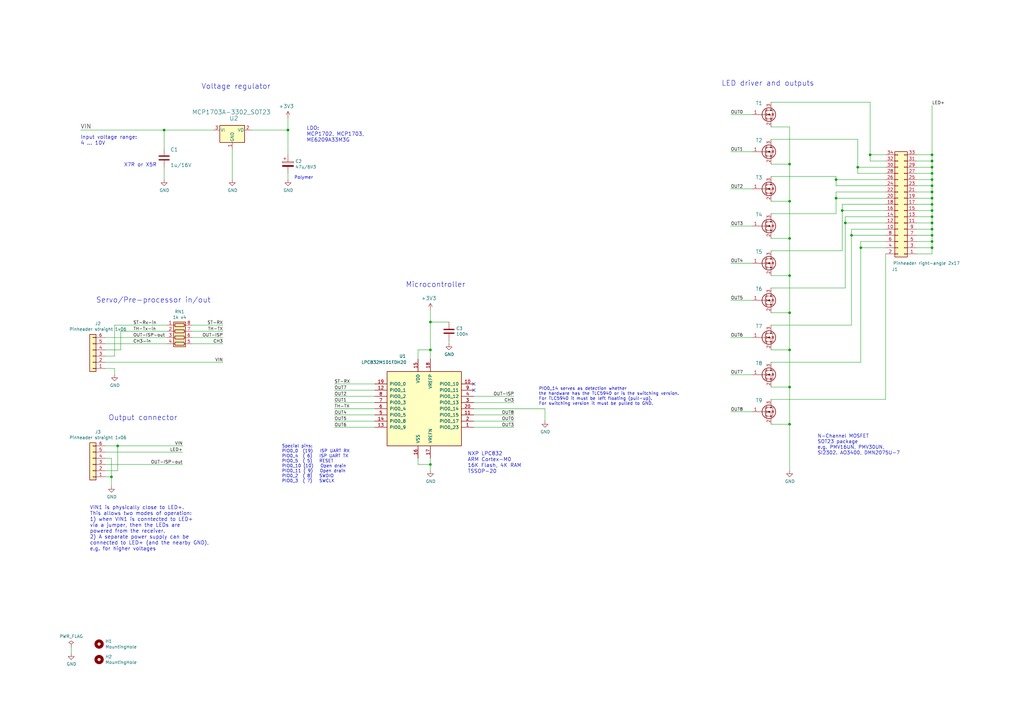
<source format=kicad_sch>
(kicad_sch (version 20211123) (generator eeschema)
  (paper "A3")
  (title_block (title "DIY RC Light Controller Mk4 S") (date "2020-06-14") (rev "1") (company "LANE Boys RC") (comment 1 "laneboysrc@gmail.com"))
  (lib_symbols
    (symbol "Connector_Generic:Conn_01x06" (pin_names (offset 1.016) hide)
      (property "Reference" "J" (at 0 7.62 0))
      (property "Value" "Conn_01x06" (at 0 -10.16 0))
      (symbol "Conn_01x06_1_1"
        (rectangle (start -1.27 -7.493) (end 0 -7.747) (stroke (width 0.1524)))
        (rectangle (start -1.27 -4.953) (end 0 -5.207) (stroke (width 0.1524)))
        (rectangle (start -1.27 -2.413) (end 0 -2.667) (stroke (width 0.1524)))
        (rectangle (start -1.27 0.127) (end 0 -0.127) (stroke (width 0.1524)))
        (rectangle (start -1.27 2.667) (end 0 2.413) (stroke (width 0.1524)))
        (rectangle (start -1.27 5.207) (end 0 4.953) (stroke (width 0.1524)))
        (rectangle (start -1.27 6.35) (end 1.27 -8.89) (stroke (width 0.254)) (fill (type background)))
        (pin passive line (at -5.08 5.08 0) (length 3.81) (name "Pin_1") (number "1"))
        (pin passive line (at -5.08 2.54 0) (length 3.81) (name "Pin_2") (number "2"))
        (pin passive line (at -5.08 0 0) (length 3.81) (name "Pin_3") (number "3"))
        (pin passive line (at -5.08 -2.54 0) (length 3.81) (name "Pin_4") (number "4"))
        (pin passive line (at -5.08 -5.08 0) (length 3.81) (name "Pin_5") (number "5"))
        (pin passive line (at -5.08 -7.62 0) (length 3.81) (name "Pin_6") (number "6"))
      )
    )
    (symbol "Connector_Generic:Conn_02x17_Odd_Even" (pin_names (offset 1.016) hide)
      (property "Reference" "J" (at 1.27 22.86 0))
      (property "Value" "Conn_02x17_Odd_Even" (at 1.27 -22.86 0))
      (symbol "Conn_02x17_Odd_Even_1_1"
        (rectangle (start -1.27 -20.193) (end 0 -20.447) (stroke (width 0.1524)))
        (rectangle (start -1.27 -17.653) (end 0 -17.907) (stroke (width 0.1524)))
        (rectangle (start -1.27 -15.113) (end 0 -15.367) (stroke (width 0.1524)))
        (rectangle (start -1.27 -12.573) (end 0 -12.827) (stroke (width 0.1524)))
        (rectangle (start -1.27 -10.033) (end 0 -10.287) (stroke (width 0.1524)))
        (rectangle (start -1.27 -7.493) (end 0 -7.747) (stroke (width 0.1524)))
        (rectangle (start -1.27 -4.953) (end 0 -5.207) (stroke (width 0.1524)))
        (rectangle (start -1.27 -2.413) (end 0 -2.667) (stroke (width 0.1524)))
        (rectangle (start -1.27 0.127) (end 0 -0.127) (stroke (width 0.1524)))
        (rectangle (start -1.27 2.667) (end 0 2.413) (stroke (width 0.1524)))
        (rectangle (start -1.27 5.207) (end 0 4.953) (stroke (width 0.1524)))
        (rectangle (start -1.27 7.747) (end 0 7.493) (stroke (width 0.1524)))
        (rectangle (start -1.27 10.287) (end 0 10.033) (stroke (width 0.1524)))
        (rectangle (start -1.27 12.827) (end 0 12.573) (stroke (width 0.1524)))
        (rectangle (start -1.27 15.367) (end 0 15.113) (stroke (width 0.1524)))
        (rectangle (start -1.27 17.907) (end 0 17.653) (stroke (width 0.1524)))
        (rectangle (start -1.27 20.447) (end 0 20.193) (stroke (width 0.1524)))
        (rectangle (start -1.27 21.59) (end 3.81 -21.59) (stroke (width 0.254)) (fill (type background)))
        (rectangle (start 3.81 -20.193) (end 2.54 -20.447) (stroke (width 0.1524)))
        (rectangle (start 3.81 -17.653) (end 2.54 -17.907) (stroke (width 0.1524)))
        (rectangle (start 3.81 -15.113) (end 2.54 -15.367) (stroke (width 0.1524)))
        (rectangle (start 3.81 -12.573) (end 2.54 -12.827) (stroke (width 0.1524)))
        (rectangle (start 3.81 -10.033) (end 2.54 -10.287) (stroke (width 0.1524)))
        (rectangle (start 3.81 -7.493) (end 2.54 -7.747) (stroke (width 0.1524)))
        (rectangle (start 3.81 -4.953) (end 2.54 -5.207) (stroke (width 0.1524)))
        (rectangle (start 3.81 -2.413) (end 2.54 -2.667) (stroke (width 0.1524)))
        (rectangle (start 3.81 0.127) (end 2.54 -0.127) (stroke (width 0.1524)))
        (rectangle (start 3.81 2.667) (end 2.54 2.413) (stroke (width 0.1524)))
        (rectangle (start 3.81 5.207) (end 2.54 4.953) (stroke (width 0.1524)))
        (rectangle (start 3.81 7.747) (end 2.54 7.493) (stroke (width 0.1524)))
        (rectangle (start 3.81 10.287) (end 2.54 10.033) (stroke (width 0.1524)))
        (rectangle (start 3.81 12.827) (end 2.54 12.573) (stroke (width 0.1524)))
        (rectangle (start 3.81 15.367) (end 2.54 15.113) (stroke (width 0.1524)))
        (rectangle (start 3.81 17.907) (end 2.54 17.653) (stroke (width 0.1524)))
        (rectangle (start 3.81 20.447) (end 2.54 20.193) (stroke (width 0.1524)))
        (pin passive line (at -5.08 20.32 0) (length 3.81) (name "Pin_1") (number "1"))
        (pin passive line (at 7.62 10.16 180) (length 3.81) (name "Pin_10") (number "10"))
        (pin passive line (at -5.08 7.62 0) (length 3.81) (name "Pin_11") (number "11"))
        (pin passive line (at 7.62 7.62 180) (length 3.81) (name "Pin_12") (number "12"))
        (pin passive line (at -5.08 5.08 0) (length 3.81) (name "Pin_13") (number "13"))
        (pin passive line (at 7.62 5.08 180) (length 3.81) (name "Pin_14") (number "14"))
        (pin passive line (at -5.08 2.54 0) (length 3.81) (name "Pin_15") (number "15"))
        (pin passive line (at 7.62 2.54 180) (length 3.81) (name "Pin_16") (number "16"))
        (pin passive line (at -5.08 0 0) (length 3.81) (name "Pin_17") (number "17"))
        (pin passive line (at 7.62 0 180) (length 3.81) (name "Pin_18") (number "18"))
        (pin passive line (at -5.08 -2.54 0) (length 3.81) (name "Pin_19") (number "19"))
        (pin passive line (at 7.62 20.32 180) (length 3.81) (name "Pin_2") (number "2"))
        (pin passive line (at 7.62 -2.54 180) (length 3.81) (name "Pin_20") (number "20"))
        (pin passive line (at -5.08 -5.08 0) (length 3.81) (name "Pin_21") (number "21"))
        (pin passive line (at 7.62 -5.08 180) (length 3.81) (name "Pin_22") (number "22"))
        (pin passive line (at -5.08 -7.62 0) (length 3.81) (name "Pin_23") (number "23"))
        (pin passive line (at 7.62 -7.62 180) (length 3.81) (name "Pin_24") (number "24"))
        (pin passive line (at -5.08 -10.16 0) (length 3.81) (name "Pin_25") (number "25"))
        (pin passive line (at 7.62 -10.16 180) (length 3.81) (name "Pin_26") (number "26"))
        (pin passive line (at -5.08 -12.7 0) (length 3.81) (name "Pin_27") (number "27"))
        (pin passive line (at 7.62 -12.7 180) (length 3.81) (name "Pin_28") (number "28"))
        (pin passive line (at -5.08 -15.24 0) (length 3.81) (name "Pin_29") (number "29"))
        (pin passive line (at -5.08 17.78 0) (length 3.81) (name "Pin_3") (number "3"))
        (pin passive line (at 7.62 -15.24 180) (length 3.81) (name "Pin_30") (number "30"))
        (pin passive line (at -5.08 -17.78 0) (length 3.81) (name "Pin_31") (number "31"))
        (pin passive line (at 7.62 -17.78 180) (length 3.81) (name "Pin_32") (number "32"))
        (pin passive line (at -5.08 -20.32 0) (length 3.81) (name "Pin_33") (number "33"))
        (pin passive line (at 7.62 -20.32 180) (length 3.81) (name "Pin_34") (number "34"))
        (pin passive line (at 7.62 17.78 180) (length 3.81) (name "Pin_4") (number "4"))
        (pin passive line (at -5.08 15.24 0) (length 3.81) (name "Pin_5") (number "5"))
        (pin passive line (at 7.62 15.24 180) (length 3.81) (name "Pin_6") (number "6"))
        (pin passive line (at -5.08 12.7 0) (length 3.81) (name "Pin_7") (number "7"))
        (pin passive line (at 7.62 12.7 180) (length 3.81) (name "Pin_8") (number "8"))
        (pin passive line (at -5.08 10.16 0) (length 3.81) (name "Pin_9") (number "9"))
      )
    )
    (symbol "Device:C" (pin_numbers hide) (pin_names (offset 0.254))
      (property "Reference" "C" (at 0.635 2.54 0))
      (property "Value" "C" (at 0.635 -2.54 0))
      (symbol "C_0_1"
        (polyline (pts (xy -2.032 -0.762) (xy 2.032 -0.762)) (stroke (width 0.508)))
        (polyline (pts (xy -2.032 0.762) (xy 2.032 0.762)) (stroke (width 0.508)))
      )
      (symbol "C_1_1"
        (pin passive line (at 0 3.81 270) (length 2.794) (name "~") (number "1"))
        (pin passive line (at 0 -3.81 90) (length 2.794) (name "~") (number "2"))
      )
    )
    (symbol "Device:Q_NMOS_GSD" (pin_names (offset 0) hide)
      (property "Reference" "Q" (at 5.08 1.27 0))
      (property "Value" "Q_NMOS_GSD" (at 5.08 -1.27 0))
      (symbol "Q_NMOS_GSD_0_1"
        (polyline (pts (xy 0.254 0) (xy -2.54 0)))
        (polyline (pts (xy 0.254 1.905) (xy 0.254 -1.905)) (stroke (width 0.254)))
        (polyline (pts (xy 0.762 -1.27) (xy 0.762 -2.286)) (stroke (width 0.254)))
        (polyline (pts (xy 0.762 0.508) (xy 0.762 -0.508)) (stroke (width 0.254)))
        (polyline (pts (xy 0.762 2.286) (xy 0.762 1.27)) (stroke (width 0.254)))
        (polyline (pts (xy 2.54 2.54) (xy 2.54 1.778)))
        (polyline (pts (xy 2.54 -2.54) (xy 2.54 0) (xy 0.762 0)))
        (polyline (pts (xy 0.762 -1.778) (xy 3.302 -1.778) (xy 3.302 1.778) (xy 0.762 1.778)))
        (polyline (pts (xy 1.016 0) (xy 2.032 0.381) (xy 2.032 -0.381) (xy 1.016 0)) (fill (type outline)))
        (polyline (pts (xy 2.794 0.508) (xy 2.921 0.381) (xy 3.683 0.381) (xy 3.81 0.254)))
        (polyline (pts (xy 3.302 0.381) (xy 2.921 -0.254) (xy 3.683 -0.254) (xy 3.302 0.381)))
        (circle (center 1.651 0) (radius 2.794) (stroke (width 0.254)))
        (circle (center 2.54 -1.778) (radius 0.254) (fill (type outline)))
        (circle (center 2.54 1.778) (radius 0.254) (fill (type outline)))
      )
      (symbol "Q_NMOS_GSD_1_1"
        (pin input line (at -5.08 0 0) (length 2.54) (name "G") (number "1"))
        (pin passive line (at 2.54 -5.08 90) (length 2.54) (name "S") (number "2"))
        (pin passive line (at 2.54 5.08 270) (length 2.54) (name "D") (number "3"))
      )
    )
    (symbol "Device:R_Pack04" (pin_names (offset 0) hide)
      (property "Reference" "RN" (at -7.62 0 90))
      (property "Value" "R_Pack04" (at 5.08 0 90))
      (symbol "R_Pack04_0_1"
        (rectangle (start -6.35 -2.413) (end 3.81 2.413) (stroke (width 0.254)) (fill (type background)))
        (rectangle (start -5.715 1.905) (end -4.445 -1.905) (stroke (width 0.254)))
        (rectangle (start -3.175 1.905) (end -1.905 -1.905) (stroke (width 0.254)))
        (rectangle (start -0.635 1.905) (end 0.635 -1.905) (stroke (width 0.254)))
        (polyline (pts (xy -5.08 -2.54) (xy -5.08 -1.905)))
        (polyline (pts (xy -5.08 1.905) (xy -5.08 2.54)))
        (polyline (pts (xy -2.54 -2.54) (xy -2.54 -1.905)))
        (polyline (pts (xy -2.54 1.905) (xy -2.54 2.54)))
        (polyline (pts (xy 0 -2.54) (xy 0 -1.905)))
        (polyline (pts (xy 0 1.905) (xy 0 2.54)))
        (polyline (pts (xy 2.54 -2.54) (xy 2.54 -1.905)))
        (polyline (pts (xy 2.54 1.905) (xy 2.54 2.54)))
        (rectangle (start 1.905 1.905) (end 3.175 -1.905) (stroke (width 0.254)))
      )
      (symbol "R_Pack04_1_1"
        (pin passive line (at -5.08 -5.08 90) (length 2.54) (name "R1.1") (number "1"))
        (pin passive line (at -2.54 -5.08 90) (length 2.54) (name "R2.1") (number "2"))
        (pin passive line (at 0 -5.08 90) (length 2.54) (name "R3.1") (number "3"))
        (pin passive line (at 2.54 -5.08 90) (length 2.54) (name "R4.1") (number "4"))
        (pin passive line (at 2.54 5.08 270) (length 2.54) (name "R4.2") (number "5"))
        (pin passive line (at 0 5.08 270) (length 2.54) (name "R3.2") (number "6"))
        (pin passive line (at -2.54 5.08 270) (length 2.54) (name "R2.2") (number "7"))
        (pin passive line (at -5.08 5.08 270) (length 2.54) (name "R1.2") (number "8"))
      )
    )
    (symbol "MCU_NXP_LPC:LPC832M101FDH20" (pin_names (offset 1.016))
      (property "Reference" "U" (at -11.43 16.51 0))
      (property "Value" "LPC832M101FDH20" (at 21.59 16.51 0))
      (symbol "LPC832M101FDH20_0_1"
        (rectangle (start -15.24 15.24) (end 15.24 -15.24) (stroke (width 0.254)) (fill (type background)))
      )
      (symbol "LPC832M101FDH20_1_1"
        (pin bidirectional line (at 20.32 -7.62 180) (length 5.08) (name "PIO0_23") (number "1"))
        (pin bidirectional line (at 20.32 10.16 180) (length 5.08) (name "PIO0_10") (number "10"))
        (pin bidirectional line (at 20.32 -2.54 180) (length 5.08) (name "PIO0_15") (number "11"))
        (pin bidirectional line (at -20.32 7.62 0) (length 5.08) (name "PIO0_1") (number "12"))
        (pin bidirectional line (at -20.32 -7.62 0) (length 5.08) (name "PIO0_9") (number "13"))
        (pin bidirectional line (at -20.32 -5.08 0) (length 5.08) (name "PIO0_8") (number "14"))
        (pin power_in line (at -2.54 20.32 270) (length 5.08) (name "VDD") (number "15"))
        (pin power_in line (at -2.54 -20.32 90) (length 5.08) (name "VSS") (number "16"))
        (pin power_in line (at 2.54 -20.32 90) (length 5.08) (name "VREFN") (number "17"))
        (pin power_in line (at 2.54 20.32 270) (length 5.08) (name "VREFP") (number "18"))
        (pin bidirectional line (at -20.32 10.16 0) (length 5.08) (name "PIO0_0") (number "19"))
        (pin bidirectional line (at 20.32 -5.08 180) (length 5.08) (name "PIO0_17") (number "2"))
        (pin bidirectional line (at 20.32 0 180) (length 5.08) (name "PIO0_14") (number "20"))
        (pin bidirectional line (at 20.32 2.54 180) (length 5.08) (name "PIO0_13") (number "3"))
        (pin bidirectional line (at 20.32 5.08 180) (length 5.08) (name "PIO0_12") (number "4"))
        (pin bidirectional line (at -20.32 -2.54 0) (length 5.08) (name "PIO0_5") (number "5"))
        (pin bidirectional line (at -20.32 0 0) (length 5.08) (name "PIO0_4") (number "6"))
        (pin bidirectional line (at -20.32 2.54 0) (length 5.08) (name "PIO0_3") (number "7"))
        (pin bidirectional line (at -20.32 5.08 0) (length 5.08) (name "PIO0_2") (number "8"))
        (pin bidirectional line (at 20.32 7.62 180) (length 5.08) (name "PIO0_11") (number "9"))
      )
    )
    (symbol "Mechanical:MountingHole" (pin_names (offset 1.016))
      (property "Reference" "H" (at 0 5.08 0))
      (property "Value" "MountingHole" (at 0 3.175 0))
      (symbol "MountingHole_0_1"
        (circle (center 0 0) (radius 1.27) (stroke (width 1.27)))
      )
    )
    (symbol "power:+3V3" (power) (pin_names (offset 0))
      (property "Value" "+3V3" (at 0 3.556 0))
      (symbol "+3V3_0_1"
        (polyline (pts (xy -0.762 1.27) (xy 0 2.54)))
        (polyline (pts (xy 0 0) (xy 0 2.54)))
        (polyline (pts (xy 0 2.54) (xy 0.762 1.27)))
      )
      (symbol "+3V3_1_1"
        (pin power_in line (at 0 0 90) (length 0) hide (name "+3V3") (number "1"))
      )
    )
    (symbol "power:GND" (power) (pin_names (offset 0))
      (property "Value" "GND" (at 0 -3.81 0))
      (symbol "GND_0_1"
        (polyline (pts (xy 0 0) (xy 0 -1.27) (xy 1.27 -1.27) (xy 0 -2.54) (xy -1.27 -1.27) (xy 0 -1.27)))
      )
      (symbol "GND_1_1"
        (pin power_in line (at 0 0 270) (length 0) hide (name "GND") (number "1"))
      )
    )
    (symbol "power:PWR_FLAG" (power) (pin_numbers hide) (pin_names (offset 0) hide)
      (property "Value" "PWR_FLAG" (at 0 3.81 0))
      (symbol "PWR_FLAG_0_0"
        (pin power_out line (at 0 0 90) (length 0) (name "pwr") (number "1"))
      )
      (symbol "PWR_FLAG_0_1"
        (polyline (pts (xy 0 0) (xy 0 1.27) (xy -1.016 1.905) (xy 0 2.54) (xy 1.016 1.905) (xy 0 1.27)))
      )
    )
    (symbol "rc-light-controller-switching-lpc832-rescue:CP-Device" (pin_numbers hide) (pin_names (offset 0.254))
      (property "Reference" "C" (at 0.635 2.54 0))
      (property "Value" "CP-Device" (at 0.635 -2.54 0))
      (symbol "CP-Device_0_1"
        (rectangle (start -2.286 0.508) (end 2.286 1.016))
        (polyline (pts (xy -1.778 2.286) (xy -0.762 2.286)))
        (polyline (pts (xy -1.27 2.794) (xy -1.27 1.778)))
        (rectangle (start 2.286 -0.508) (end -2.286 -1.016) (fill (type outline)))
      )
      (symbol "CP-Device_1_1"
        (pin passive line (at 0 3.81 270) (length 2.794) (name "~") (number "1"))
        (pin passive line (at 0 -3.81 90) (length 2.794) (name "~") (number "2"))
      )
    )
    (symbol "rc-light-controller-switching-lpc832-rescue:MCP1703A-3302_SOT23-Regulator_Linear" (pin_names (offset 0.254))
      (property "Reference" "U" (at -3.81 3.175 0))
      (property "Value" "MCP1703A-3302_SOT23-Regulator_Linear" (at 0 3.175 0))
      (symbol "MCP1703A-3302_SOT23-Regulator_Linear_0_1"
        (rectangle (start -5.08 -5.08) (end 5.08 1.905) (stroke (width 0.254)) (fill (type background)))
      )
      (symbol "MCP1703A-3302_SOT23-Regulator_Linear_1_1"
        (pin power_in line (at 0 -7.62 90) (length 2.54) (name "GND") (number "1"))
        (pin power_out line (at 7.62 0 180) (length 2.54) (name "VO") (number "2"))
        (pin power_in line (at -7.62 0 0) (length 2.54) (name "VI") (number "3"))
      )
    )
  )
  (junction (at 342.9 81.28))
  (junction (at 382.27 81.28))
  (junction (at 382.27 91.44))
  (junction (at 353.06 101.6))
  (junction (at 48.26 182.88))
  (junction (at 346.71 91.44))
  (junction (at 382.27 96.52))
  (junction (at 382.27 99.06))
  (junction (at 382.27 83.82))
  (junction (at 118.11 53.34))
  (junction (at 382.27 68.58))
  (junction (at 323.85 113.03))
  (junction (at 382.27 73.66))
  (junction (at 67.31 53.34))
  (junction (at 382.27 71.12))
  (junction (at 382.27 76.2))
  (junction (at 176.53 132.08))
  (junction (at 323.85 67.31))
  (junction (at 349.25 96.52))
  (junction (at 382.27 66.04))
  (junction (at 351.79 68.58))
  (junction (at 356.87 63.5))
  (junction (at 382.27 86.36))
  (junction (at 382.27 101.6))
  (junction (at 345.44 86.36))
  (junction (at 382.27 88.9))
  (junction (at 382.27 78.74))
  (junction (at 176.53 190.5))
  (junction (at 176.53 143.51))
  (junction (at 323.85 158.75))
  (junction (at 323.85 82.55))
  (junction (at 382.27 63.5))
  (junction (at 323.85 128.27))
  (junction (at 323.85 97.79))
  (junction (at 382.27 93.98))
  (junction (at 342.9 73.66))
  (junction (at 323.85 143.51))
  (junction (at 323.85 173.99))
  (junction (at 45.72 195.58))
  (no_connect (at 194.31 160.02))
  (no_connect (at 194.31 157.48))
  (wire (pts (xy 363.22 86.36) (xy 345.44 86.36)))
  (wire (pts (xy 382.27 83.82) (xy 382.27 86.36)))
  (wire (pts (xy 363.22 81.28) (xy 342.9 81.28)))
  (wire (pts (xy 382.27 78.74) (xy 382.27 81.28)))
  (wire (pts (xy 363.22 66.04) (xy 356.87 66.04)))
  (wire (pts (xy 382.27 68.58) (xy 382.27 66.04)))
  (wire (pts (xy 363.22 83.82) (xy 345.44 83.82)))
  (wire (pts (xy 299.72 77.47) (xy 308.61 77.47)))
  (wire (pts (xy 323.85 128.27) (xy 323.85 143.51)))
  (wire (pts (xy 323.85 67.31) (xy 323.85 82.55)))
  (wire (pts (xy 67.31 60.96) (xy 67.31 53.34)))
  (wire (pts (xy 210.82 165.1) (xy 194.31 165.1)))
  (wire (pts (xy 171.45 143.51) (xy 176.53 143.51)))
  (wire (pts (xy 382.27 73.66) (xy 382.27 71.12)))
  (wire (pts (xy 316.23 143.51) (xy 323.85 143.51)))
  (wire (pts (xy 316.23 102.87) (xy 345.44 102.87)))
  (wire (pts (xy 210.82 175.26) (xy 194.31 175.26)))
  (wire (pts (xy 299.72 168.91) (xy 308.61 168.91)))
  (wire (pts (xy 299.72 46.99) (xy 308.61 46.99)))
  (wire (pts (xy 375.92 68.58) (xy 382.27 68.58)))
  (wire (pts (xy 316.23 133.35) (xy 349.25 133.35)))
  (wire (pts (xy 316.23 67.31) (xy 323.85 67.31)))
  (wire (pts (xy 67.31 53.34) (xy 87.63 53.34)))
  (wire (pts (xy 346.71 88.9) (xy 346.71 91.44)))
  (wire (pts (xy 363.22 93.98) (xy 349.25 93.98)))
  (wire (pts (xy 342.9 81.28) (xy 342.9 87.63)))
  (wire (pts (xy 363.22 78.74) (xy 342.9 78.74)))
  (wire (pts (xy 153.67 167.64) (xy 137.16 167.64)))
  (wire (pts (xy 299.72 123.19) (xy 308.61 123.19)))
  (wire (pts (xy 43.18 187.96) (xy 45.72 187.96)))
  (wire (pts (xy 316.23 128.27) (xy 323.85 128.27)))
  (wire (pts (xy 153.67 175.26) (xy 137.16 175.26)))
  (wire (pts (xy 382.27 76.2) (xy 382.27 73.66)))
  (wire (pts (xy 48.26 182.88) (xy 74.93 182.88)))
  (wire (pts (xy 137.16 172.72) (xy 153.67 172.72)))
  (wire (pts (xy 223.52 167.64) (xy 223.52 172.72)))
  (wire (pts (xy 48.26 193.04) (xy 48.26 182.88)))
  (wire (pts (xy 363.22 99.06) (xy 353.06 99.06)))
  (wire (pts (xy 382.27 91.44) (xy 382.27 93.98)))
  (wire (pts (xy 153.67 170.18) (xy 137.16 170.18)))
  (wire (pts (xy 342.9 73.66) (xy 363.22 73.66)))
  (wire (pts (xy 118.11 53.34) (xy 118.11 48.26)))
  (wire (pts (xy 375.92 66.04) (xy 382.27 66.04)))
  (wire (pts (xy 210.82 170.18) (xy 194.31 170.18)))
  (wire (pts (xy 316.23 97.79) (xy 323.85 97.79)))
  (wire (pts (xy 356.87 41.91) (xy 356.87 63.5)))
  (wire (pts (xy 375.92 99.06) (xy 382.27 99.06)))
  (wire (pts (xy 345.44 86.36) (xy 345.44 102.87)))
  (wire (pts (xy 316.23 52.07) (xy 323.85 52.07)))
  (wire (pts (xy 323.85 82.55) (xy 323.85 97.79)))
  (wire (pts (xy 316.23 57.15) (xy 351.79 57.15)))
  (wire (pts (xy 91.44 133.35) (xy 78.74 133.35)))
  (wire (pts (xy 351.79 71.12) (xy 351.79 68.58)))
  (wire (pts (xy 118.11 71.12) (xy 118.11 73.66)))
  (wire (pts (xy 78.74 138.43) (xy 91.44 138.43)))
  (wire (pts (xy 316.23 82.55) (xy 323.85 82.55)))
  (wire (pts (xy 49.53 143.51) (xy 43.18 143.51)))
  (wire (pts (xy 349.25 93.98) (xy 349.25 96.52)))
  (wire (pts (xy 316.23 87.63) (xy 342.9 87.63)))
  (wire (pts (xy 43.18 148.59) (xy 91.44 148.59)))
  (wire (pts (xy 316.23 113.03) (xy 323.85 113.03)))
  (wire (pts (xy 91.44 140.97) (xy 78.74 140.97)))
  (wire (pts (xy 33.02 53.34) (xy 67.31 53.34)))
  (wire (pts (xy 382.27 71.12) (xy 375.92 71.12)))
  (wire (pts (xy 308.61 62.23) (xy 299.72 62.23)))
  (wire (pts (xy 137.16 165.1) (xy 153.67 165.1)))
  (wire (pts (xy 382.27 63.5) (xy 382.27 43.18)))
  (wire (pts (xy 45.72 195.58) (xy 45.72 199.39)))
  (wire (pts (xy 356.87 66.04) (xy 356.87 63.5)))
  (wire (pts (xy 375.92 76.2) (xy 382.27 76.2)))
  (wire (pts (xy 46.99 153.67) (xy 46.99 151.13)))
  (wire (pts (xy 382.27 93.98) (xy 382.27 96.52)))
  (wire (pts (xy 363.22 88.9) (xy 346.71 88.9)))
  (wire (pts (xy 43.18 185.42) (xy 74.93 185.42)))
  (wire (pts (xy 342.9 78.74) (xy 342.9 81.28)))
  (wire (pts (xy 363.22 96.52) (xy 349.25 96.52)))
  (wire (pts (xy 375.92 81.28) (xy 382.27 81.28)))
  (wire (pts (xy 375.92 91.44) (xy 382.27 91.44)))
  (wire (pts (xy 67.31 73.66) (xy 67.31 68.58)))
  (wire (pts (xy 353.06 99.06) (xy 353.06 101.6)))
  (wire (pts (xy 316.23 163.83) (xy 363.22 163.83)))
  (wire (pts (xy 323.85 173.99) (xy 323.85 193.04)))
  (wire (pts (xy 46.99 146.05) (xy 43.18 146.05)))
  (wire (pts (xy 342.9 72.39) (xy 342.9 73.66)))
  (wire (pts (xy 176.53 127) (xy 176.53 132.08)))
  (wire (pts (xy 323.85 113.03) (xy 323.85 128.27)))
  (wire (pts (xy 29.21 265.43) (xy 29.21 267.97)))
  (wire (pts (xy 382.27 88.9) (xy 382.27 91.44)))
  (wire (pts (xy 323.85 143.51) (xy 323.85 158.75)))
  (wire (pts (xy 49.53 135.89) (xy 68.58 135.89)))
  (wire (pts (xy 176.53 190.5) (xy 176.53 193.04)))
  (wire (pts (xy 345.44 83.82) (xy 345.44 86.36)))
  (wire (pts (xy 194.31 167.64) (xy 223.52 167.64)))
  (wire (pts (xy 137.16 162.56) (xy 153.67 162.56)))
  (wire (pts (xy 49.53 135.89) (xy 49.53 143.51)))
  (wire (pts (xy 171.45 187.96) (xy 171.45 190.5)))
  (wire (pts (xy 118.11 53.34) (xy 118.11 63.5)))
  (wire (pts (xy 43.18 195.58) (xy 45.72 195.58)))
  (wire (pts (xy 363.22 71.12) (xy 351.79 71.12)))
  (wire (pts (xy 299.72 92.71) (xy 308.61 92.71)))
  (wire (pts (xy 43.18 182.88) (xy 48.26 182.88)))
  (wire (pts (xy 375.92 78.74) (xy 382.27 78.74)))
  (wire (pts (xy 210.82 162.56) (xy 194.31 162.56)))
  (wire (pts (xy 171.45 190.5) (xy 176.53 190.5)))
  (wire (pts (xy 363.22 76.2) (xy 342.9 76.2)))
  (wire (pts (xy 91.44 135.89) (xy 78.74 135.89)))
  (wire (pts (xy 43.18 140.97) (xy 68.58 140.97)))
  (wire (pts (xy 184.15 139.7) (xy 184.15 140.97)))
  (wire (pts (xy 316.23 173.99) (xy 323.85 173.99)))
  (wire (pts (xy 137.16 160.02) (xy 153.67 160.02)))
  (wire (pts (xy 299.72 153.67) (xy 308.61 153.67)))
  (wire (pts (xy 316.23 72.39) (xy 342.9 72.39)))
  (wire (pts (xy 375.92 93.98) (xy 382.27 93.98)))
  (wire (pts (xy 363.22 104.14) (xy 363.22 163.83)))
  (wire (pts (xy 375.92 96.52) (xy 382.27 96.52)))
  (wire (pts (xy 43.18 138.43) (xy 68.58 138.43)))
  (wire (pts (xy 356.87 63.5) (xy 363.22 63.5)))
  (wire (pts (xy 184.15 132.08) (xy 176.53 132.08)))
  (wire (pts (xy 351.79 68.58) (xy 363.22 68.58)))
  (wire (pts (xy 342.9 76.2) (xy 342.9 73.66)))
  (wire (pts (xy 363.22 91.44) (xy 346.71 91.44)))
  (wire (pts (xy 316.23 41.91) (xy 356.87 41.91)))
  (wire (pts (xy 171.45 147.32) (xy 171.45 143.51)))
  (wire (pts (xy 46.99 151.13) (xy 43.18 151.13)))
  (wire (pts (xy 349.25 96.52) (xy 349.25 133.35)))
  (wire (pts (xy 323.85 158.75) (xy 323.85 173.99)))
  (wire (pts (xy 382.27 81.28) (xy 382.27 83.82)))
  (wire (pts (xy 176.53 143.51) (xy 176.53 147.32)))
  (wire (pts (xy 353.06 101.6) (xy 353.06 148.59)))
  (wire (pts (xy 43.18 193.04) (xy 48.26 193.04)))
  (wire (pts (xy 45.72 187.96) (xy 45.72 195.58)))
  (wire (pts (xy 363.22 101.6) (xy 353.06 101.6)))
  (wire (pts (xy 375.92 104.14) (xy 382.27 104.14)))
  (wire (pts (xy 176.53 132.08) (xy 176.53 143.51)))
  (wire (pts (xy 375.92 86.36) (xy 382.27 86.36)))
  (wire (pts (xy 375.92 83.82) (xy 382.27 83.82)))
  (wire (pts (xy 46.99 133.35) (xy 46.99 146.05)))
  (wire (pts (xy 299.72 138.43) (xy 308.61 138.43)))
  (wire (pts (xy 210.82 172.72) (xy 194.31 172.72)))
  (wire (pts (xy 46.99 133.35) (xy 68.58 133.35)))
  (wire (pts (xy 316.23 148.59) (xy 353.06 148.59)))
  (wire (pts (xy 153.67 157.48) (xy 137.16 157.48)))
  (wire (pts (xy 323.85 97.79) (xy 323.85 113.03)))
  (wire (pts (xy 375.92 88.9) (xy 382.27 88.9)))
  (wire (pts (xy 176.53 187.96) (xy 176.53 190.5)))
  (wire (pts (xy 375.92 101.6) (xy 382.27 101.6)))
  (wire (pts (xy 382.27 78.74) (xy 382.27 76.2)))
  (wire (pts (xy 382.27 99.06) (xy 382.27 101.6)))
  (wire (pts (xy 316.23 158.75) (xy 323.85 158.75)))
  (wire (pts (xy 102.87 53.34) (xy 118.11 53.34)))
  (wire (pts (xy 346.71 91.44) (xy 346.71 118.11)))
  (wire (pts (xy 95.25 60.96) (xy 95.25 73.66)))
  (wire (pts (xy 382.27 96.52) (xy 382.27 99.06)))
  (wire (pts (xy 351.79 57.15) (xy 351.79 68.58)))
  (wire (pts (xy 375.92 63.5) (xy 382.27 63.5)))
  (wire (pts (xy 382.27 101.6) (xy 382.27 104.14)))
  (wire (pts (xy 382.27 86.36) (xy 382.27 88.9)))
  (wire (pts (xy 382.27 71.12) (xy 382.27 68.58)))
  (wire (pts (xy 299.72 107.95) (xy 308.61 107.95)))
  (wire (pts (xy 382.27 66.04) (xy 382.27 63.5)))
  (wire (pts (xy 316.23 118.11) (xy 346.71 118.11)))
  (wire (pts (xy 323.85 52.07) (xy 323.85 67.31)))
  (wire (pts (xy 43.18 190.5) (xy 74.93 190.5)))
  (wire (pts (xy 375.92 73.66) (xy 382.27 73.66)))
  (text "N-Channel MOSFET\nSOT23 package\ne.g. PMV16UN, PMV30UN, \nSI2302. AO3400, DMN2075U-7" (at 335.28 186.69 0) (effects (font (size 1.4224 1.4224)) (justify left bottom)))
  (text "PIO0_14 serves as detection whether \nthe hardware has the TLC5940 or is the switching version. \nFor TLC5940 it must be left floating (pull-up).\nFor switching version it must be pulled to GND." (at 220.98 166.37 0) (effects (font (size 1.27 1.27)) (justify left bottom)))
  (text "Polymer" (at 120.65 73.66 0) (effects (font (size 1.27 1.27)) (justify left bottom)))
  (text "Microcontroller" (at 166.37 118.11 0) (effects (font (size 2.159 2.159)) (justify left bottom)))
  (text "X7R or X5R" (at 50.8 68.58 0) (effects (font (size 1.4986 1.4986)) (justify left bottom)))
  (text "Input voltage range:\n4 ... 10V" (at 33.02 59.69 0) (effects (font (size 1.4986 1.4986)) (justify left bottom)))
  (text "LED driver and outputs" (at 295.91 35.56 0) (effects (font (size 2.159 2.159)) (justify left bottom)))
  (text "Special pins:\nPIO0_0  (19)   ISP UART RX\nPIO0_4  ( 6)   ISP UART TX\nPIO0_5  ( 5)   RESET\nPIO0_10 (10)   Open drain\nPIO0_11 ( 9)   Open drain\nPIO0_2  ( 8)   SWDIO\nPIO0_3  ( 7)   SWCLK" (at 115.57 198.12 0) (effects (font (size 1.27 1.27)) (justify left bottom)))
  (text "Servo/Pre-processor in/out" (at 39.37 124.46 0) (effects (font (size 2.159 2.159)) (justify left bottom)))
  (text "Voltage regulator" (at 82.55 36.83 0) (effects (font (size 2.159 2.159)) (justify left bottom)))
  (text "VIN1 is physically close to LED+.\nThis allows two modes of operation:\n1) when VIN1 is conntected to LED+\nvia a jumper, then the LEDs are \npowered from the receiver.\n2) A separate power supply can be \nconnected to LED+ (and the nearby GND),\ne.g. for higher voltages" (at 36.83 226.06 0) (effects (font (size 1.4986 1.4986)) (justify left bottom)))
  (text "LDO: \nMCP1702, MCP1703,\nME6209A33M3G" (at 125.73 58.42 0) (effects (font (size 1.4986 1.4986)) (justify left bottom)))
  (text "Output connector" (at 44.45 172.72 0) (effects (font (size 2.159 2.159)) (justify left bottom)))
  (text "NXP LPC832\nARM Cortex-M0\n16K Flash, 4K RAM\nTSSOP-20" (at 191.77 194.31 0) (effects (font (size 1.4986 1.4986)) (justify left bottom)))
  (label "TH-TX" (at 137.16 167.64 0))
  (label "OUT7" (at 299.72 153.67 0))
  (label "ST-RX" (at 91.44 133.35 180))
  (label "TH-Tx-in" (at 54.61 135.89 0))
  (label "OUT1" (at 137.16 165.1 0))
  (label "VIN" (at 91.44 148.59 180))
  (label "CH3" (at 210.82 165.1 180))
  (label "LED+" (at 74.93 185.42 180))
  (label "OUT0" (at 299.72 46.99 0))
  (label "OUT8" (at 299.72 168.91 0))
  (label "CH3" (at 91.44 140.97 180))
  (label "LED+" (at 382.27 43.18 0))
  (label "OUT2" (at 299.72 77.47 0))
  (label "CH3-in" (at 54.61 140.97 0))
  (label "ST-Rx-in" (at 54.61 133.35 0))
  (label "OUT3" (at 299.72 92.71 0))
  (label "OUT0" (at 210.82 172.72 180))
  (label "VIN" (at 74.93 182.88 180))
  (label "OUT2" (at 137.16 162.56 0))
  (label "OUT-ISP-out" (at 74.93 190.5 180))
  (label "OUT1" (at 299.72 62.23 0))
  (label "OUT4" (at 137.16 170.18 0))
  (label "ST-RX" (at 137.16 157.48 0))
  (label "OUT7" (at 137.16 160.02 0))
  (label "OUT-ISP-out" (at 54.61 138.43 0))
  (label "OUT5" (at 299.72 123.19 0))
  (label "OUT8" (at 210.82 170.18 180))
  (label "OUT-ISP" (at 210.82 162.56 180))
  (label "OUT-ISP" (at 91.44 138.43 180))
  (label "OUT3" (at 210.82 175.26 180))
  (label "TH-TX" (at 91.44 135.89 180))
  (label "OUT6" (at 299.72 138.43 0))
  (label "OUT6" (at 137.16 175.26 0))
  (label "OUT4" (at 299.72 107.95 0))
  (label "VIN" (at 33.02 53.34 0) (effects (font (size 1.778 1.778))))
  (label "OUT5" (at 137.16 172.72 0))
  (symbol (lib_id "rc-light-controller-switching-lpc832-rescue:MCP1703A-3302_SOT23-Regulator_Linear") (at 95.25 53.34 0) (unit 1)
    (property "Reference" "U2" (at 93.98 49.53 0) (effects (font (size 1.7526 1.7526)) (justify left bottom)))
    (property "Value" "MCP1703A-3302_SOT23" (at 78.74 46.99 0) (effects (font (size 1.7526 1.7526)) (justify left bottom)))
    (property "Footprint" "Package_TO_SOT_SMD:SOT-23W" (effects hide))
    (property "Datasheet" "http://ww1.microchip.com/downloads/en/DeviceDoc/20005122B.pdf" (effects hide))
  )
  (symbol (lib_id "Device:C") (at 67.31 64.77 0) (unit 1)
    (property "Reference" "C1" (at 69.85 62.23 0) (effects (font (size 1.4986 1.4986)) (justify left bottom)))
    (property "Value" "1u/16V" (at 69.85 68.58 0) (effects (font (size 1.4986 1.4986)) (justify left bottom)))
    (property "Footprint" "Capacitor_SMD:C_0805_2012Metric" (effects hide))
  )
  (symbol (lib_id "power:PWR_FLAG") (at 29.21 265.43 0) (unit 1)
    (property "Reference" "#FLG0101" (effects hide))
    (property "Value" "PWR_FLAG" (at 29.21 261.0104 0))
  )
  (symbol (lib_id "rc-light-controller-switching-lpc832-rescue:CP-Device") (at 118.11 67.31 0) (unit 1)
    (property "Reference" "C2" (at 121.1072 66.1416 0) (effects (justify left)))
    (property "Value" "47u/6V3" (at 121.1072 68.453 0) (effects (justify left)))
    (property "Footprint" "Capacitor_SMD:C_0805_2012Metric" (effects hide))
    (property "Datasheet" "https://www.vishay.com/doc?40189" (effects hide))
  )
  (symbol (lib_id "power:GND") (at 46.99 153.67 0) (unit 1)
    (property "Reference" "#PWR0101" (effects hide))
    (property "Value" "GND" (at 47.117 158.0642 0))
  )
  (symbol (lib_id "power:GND") (at 67.31 73.66 0) (unit 1)
    (property "Reference" "#PWR0104" (effects hide))
    (property "Value" "GND" (at 67.437 78.0542 0))
  )
  (symbol (lib_id "power:GND") (at 95.25 73.66 0) (unit 1)
    (property "Reference" "#PWR0105" (effects hide))
    (property "Value" "GND" (at 95.377 78.0542 0))
  )
  (symbol (lib_id "power:GND") (at 118.11 73.66 0) (unit 1)
    (property "Reference" "#PWR0106" (effects hide))
    (property "Value" "GND" (at 118.237 78.0542 0))
  )
  (symbol (lib_id "power:GND") (at 29.21 267.97 0) (unit 1)
    (property "Reference" "#PWR0111" (effects hide))
    (property "Value" "GND" (at 29.337 272.3642 0))
  )
  (symbol (lib_id "Device:Q_NMOS_GSD") (at 313.69 62.23 0) (unit 1)
    (property "Reference" "T2" (at 309.88 58.42 0) (effects (font (size 1.4986 1.4986)) (justify left bottom)))
    (property "Value" "PMV30UN" (effects hide))
    (property "Footprint" "Package_TO_SOT_SMD:SOT-23" (effects hide))
    (property "Datasheet" "https://assets.nexperia.com/documents/data-sheet/PMV30UN.pdf" (effects hide))
  )
  (symbol (lib_id "Device:Q_NMOS_GSD") (at 313.69 77.47 0) (unit 1)
    (property "Reference" "T3" (at 309.88 73.66 0) (effects (font (size 1.4986 1.4986)) (justify left bottom)))
    (property "Value" "PMV30UN" (effects hide))
    (property "Footprint" "Package_TO_SOT_SMD:SOT-23" (effects hide))
    (property "Datasheet" "https://assets.nexperia.com/documents/data-sheet/PMV30UN.pdf" (effects hide))
  )
  (symbol (lib_id "Device:Q_NMOS_GSD") (at 313.69 92.71 0) (unit 1)
    (property "Reference" "T4" (at 309.88 88.9 0) (effects (font (size 1.4986 1.4986)) (justify left bottom)))
    (property "Value" "PMV30UN" (effects hide))
    (property "Footprint" "Package_TO_SOT_SMD:SOT-23" (effects hide))
    (property "Datasheet" "https://assets.nexperia.com/documents/data-sheet/PMV30UN.pdf" (effects hide))
  )
  (symbol (lib_id "Device:Q_NMOS_GSD") (at 313.69 107.95 0) (unit 1)
    (property "Reference" "T5" (at 309.88 104.14 0) (effects (font (size 1.4986 1.4986)) (justify left bottom)))
    (property "Value" "PMV30UN" (effects hide))
    (property "Footprint" "Package_TO_SOT_SMD:SOT-23" (effects hide))
    (property "Datasheet" "https://assets.nexperia.com/documents/data-sheet/PMV30UN.pdf" (effects hide))
  )
  (symbol (lib_id "Device:Q_NMOS_GSD") (at 313.69 123.19 0) (unit 1)
    (property "Reference" "T6" (at 309.88 119.38 0) (effects (font (size 1.4986 1.4986)) (justify left bottom)))
    (property "Value" "PMV30UN" (effects hide))
    (property "Footprint" "Package_TO_SOT_SMD:SOT-23" (effects hide))
    (property "Datasheet" "https://assets.nexperia.com/documents/data-sheet/PMV30UN.pdf" (effects hide))
  )
  (symbol (lib_id "Device:Q_NMOS_GSD") (at 313.69 138.43 0) (unit 1)
    (property "Reference" "T7" (at 309.88 134.62 0) (effects (font (size 1.4986 1.4986)) (justify left bottom)))
    (property "Value" "PMV30UN" (effects hide))
    (property "Footprint" "Package_TO_SOT_SMD:SOT-23" (effects hide))
    (property "Datasheet" "https://assets.nexperia.com/documents/data-sheet/PMV30UN.pdf" (effects hide))
  )
  (symbol (lib_id "Device:Q_NMOS_GSD") (at 313.69 153.67 0) (unit 1)
    (property "Reference" "T8" (at 309.88 149.86 0) (effects (font (size 1.4986 1.4986)) (justify left bottom)))
    (property "Value" "PMV30UN" (effects hide))
    (property "Footprint" "Package_TO_SOT_SMD:SOT-23" (effects hide))
    (property "Datasheet" "https://assets.nexperia.com/documents/data-sheet/PMV30UN.pdf" (effects hide))
  )
  (symbol (lib_id "Device:Q_NMOS_GSD") (at 313.69 168.91 0) (unit 1)
    (property "Reference" "T9" (at 309.88 165.1 0) (effects (font (size 1.4986 1.4986)) (justify left bottom)))
    (property "Value" "PMV30UN" (effects hide))
    (property "Footprint" "Package_TO_SOT_SMD:SOT-23" (effects hide))
    (property "Datasheet" "https://assets.nexperia.com/documents/data-sheet/PMV30UN.pdf" (effects hide))
  )
  (symbol (lib_id "power:GND") (at 323.85 193.04 0) (unit 1)
    (property "Reference" "#PWR01" (effects hide))
    (property "Value" "GND" (at 323.977 197.4342 0))
  )
  (symbol (lib_id "power:GND") (at 45.72 199.39 0) (unit 1)
    (property "Reference" "#PWR02" (effects hide))
    (property "Value" "GND" (at 45.847 203.7842 0))
  )
  (symbol (lib_id "Device:R_Pack04") (at 73.66 138.43 270) (unit 1)
    (property "Reference" "RN1" (at 73.66 127.8382 90))
    (property "Value" "1k x4" (at 73.66 130.1496 90))
    (property "Footprint" "Resistor_SMD:R_Array_Convex_4x0603" (effects hide))
    (property "Datasheet" "https://datasheet.lcsc.com/szlcsc/1810311812_UNI-ROYAL-Uniroyal-Elec-4D03WGJ0102T5E_C20197.pdf" (effects hide))
  )
  (symbol (lib_id "Connector_Generic:Conn_02x17_Odd_Even") (at 370.84 83.82 180) (unit 1)
    (property "Reference" "J1" (at 367.03 110.49 0))
    (property "Value" "Pinheader right-angle 2x17" (at 393.7 107.95 0) (effects (justify left)))
    (property "Footprint" "Connector_PinHeader_2.54mm:PinHeader_2x17_P2.54mm_Horizontal" (effects hide))
  )
  (symbol (lib_id "power:+3V3") (at 176.53 127 0) (unit 1)
    (property "Reference" "#+3V01" (effects hide))
    (property "Value" "+3V3" (at 172.72 123.19 0) (effects (font (size 1.4986 1.4986)) (justify left bottom)))
  )
  (symbol (lib_id "Connector_Generic:Conn_01x06") (at 38.1 146.05 180) (unit 1)
    (property "Reference" "J2" (at 40.1828 132.715 0))
    (property "Value" "Pinheader straight 1x06" (at 40.1828 135.0264 0))
    (property "Footprint" "rc-light-controller-tlc5940-lpc812:PinHeader_1x06_P2.54mm_Flat" (effects hide))
  )
  (symbol (lib_id "Device:C") (at 184.15 135.89 0) (unit 1)
    (property "Reference" "C3" (at 187.071 134.7216 0) (effects (justify left)))
    (property "Value" "100n" (at 187.071 137.033 0) (effects (justify left)))
    (property "Footprint" "Capacitor_SMD:C_0603_1608Metric" (effects hide))
  )
  (symbol (lib_id "power:GND") (at 184.15 140.97 0) (unit 1)
    (property "Reference" "#PWR03" (effects hide))
    (property "Value" "GND" (at 184.277 145.3642 0))
  )
  (symbol (lib_id "Connector_Generic:Conn_01x06") (at 38.1 190.5 180) (unit 1)
    (property "Reference" "J3" (at 40.1828 177.165 0))
    (property "Value" "Pinheader straight 1x06" (at 40.1828 179.4764 0))
    (property "Footprint" "rc-light-controller-tlc5940-lpc812:PinHeader_1x06_P2.54mm_Flat" (effects hide))
  )
  (symbol (lib_id "Mechanical:MountingHole") (at 40.64 264.16 0) (unit 1)
    (property "Reference" "H1" (at 43.18 262.9916 0) (effects (justify left)))
    (property "Value" "MountingHole" (at 43.18 265.303 0) (effects (justify left)))
    (property "Footprint" "MountingHole:MountingHole_2.2mm_M2_ISO14580" (effects hide))
  )
  (symbol (lib_id "Mechanical:MountingHole") (at 40.64 270.51 0) (unit 1)
    (property "Reference" "H2" (at 43.18 269.3416 0) (effects (justify left)))
    (property "Value" "MountingHole" (at 43.18 271.653 0) (effects (justify left)))
    (property "Footprint" "MountingHole:MountingHole_2.2mm_M2_ISO14580" (effects hide))
  )
  (symbol (lib_id "MCU_NXP_LPC:LPC832M101FDH20") (at 173.99 167.64 0) (unit 1)
    (property "Reference" "U1" (at 165.1 146.05 0))
    (property "Value" "LPC832M101FDH20" (at 157.48 148.59 0))
    (property "Footprint" "Package_SO:TSSOP-20_4.4x6.5mm_P0.65mm" (effects hide))
    (property "Datasheet" "http://www.nxp.com/documents/data_sheet/LPC83X.pdf" (effects hide))
  )
  (symbol (lib_id "power:GND") (at 223.52 172.72 0) (unit 1)
    (property "Reference" "#PWR04" (effects hide))
    (property "Value" "GND" (at 223.647 177.1142 0))
  )
  (symbol (lib_id "power:GND") (at 176.53 193.04 0) (unit 1)
    (property "Reference" "#PWR05" (effects hide))
    (property "Value" "GND" (at 176.657 197.4342 0))
  )
  (symbol (lib_id "Device:Q_NMOS_GSD") (at 313.69 46.99 0) (unit 1)
    (property "Reference" "T1" (at 309.88 43.18 0) (effects (font (size 1.4986 1.4986)) (justify left bottom)))
    (property "Value" "PMV30UN" (effects hide))
    (property "Footprint" "Package_TO_SOT_SMD:SOT-23" (effects hide))
    (property "Datasheet" "https://assets.nexperia.com/documents/data-sheet/PMV30UN.pdf" (effects hide))
  )
  (symbol (lib_id "power:+3V3") (at 118.11 48.26 0) (unit 1)
    (property "Reference" "#+3V03" (effects hide))
    (property "Value" "+3V3" (at 114.3 44.45 0) (effects (font (size 1.4986 1.4986)) (justify left bottom)))
  )
)
</source>
